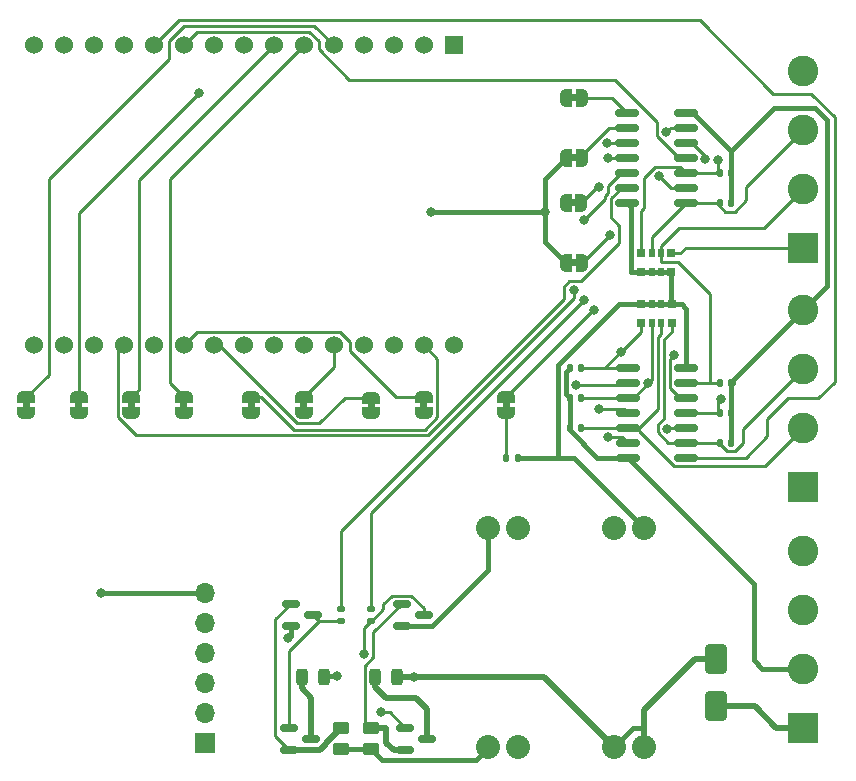
<source format=gtl>
G04 #@! TF.GenerationSoftware,KiCad,Pcbnew,8.0.2*
G04 #@! TF.CreationDate,2024-07-01T07:58:36+02:00*
G04 #@! TF.ProjectId,energiRegistrationForHA,656e6572-6769-4526-9567-697374726174,0*
G04 #@! TF.SameCoordinates,Original*
G04 #@! TF.FileFunction,Copper,L1,Top*
G04 #@! TF.FilePolarity,Positive*
%FSLAX46Y46*%
G04 Gerber Fmt 4.6, Leading zero omitted, Abs format (unit mm)*
G04 Created by KiCad (PCBNEW 8.0.2) date 2024-07-01 07:58:36*
%MOMM*%
%LPD*%
G01*
G04 APERTURE LIST*
G04 Aperture macros list*
%AMRoundRect*
0 Rectangle with rounded corners*
0 $1 Rounding radius*
0 $2 $3 $4 $5 $6 $7 $8 $9 X,Y pos of 4 corners*
0 Add a 4 corners polygon primitive as box body*
4,1,4,$2,$3,$4,$5,$6,$7,$8,$9,$2,$3,0*
0 Add four circle primitives for the rounded corners*
1,1,$1+$1,$2,$3*
1,1,$1+$1,$4,$5*
1,1,$1+$1,$6,$7*
1,1,$1+$1,$8,$9*
0 Add four rect primitives between the rounded corners*
20,1,$1+$1,$2,$3,$4,$5,0*
20,1,$1+$1,$4,$5,$6,$7,0*
20,1,$1+$1,$6,$7,$8,$9,0*
20,1,$1+$1,$8,$9,$2,$3,0*%
%AMFreePoly0*
4,1,19,0.500000,-0.750000,0.000000,-0.750000,0.000000,-0.744911,-0.071157,-0.744911,-0.207708,-0.704816,-0.327430,-0.627875,-0.420627,-0.520320,-0.479746,-0.390866,-0.500000,-0.250000,-0.500000,0.250000,-0.479746,0.390866,-0.420627,0.520320,-0.327430,0.627875,-0.207708,0.704816,-0.071157,0.744911,0.000000,0.744911,0.000000,0.750000,0.500000,0.750000,0.500000,-0.750000,0.500000,-0.750000,
$1*%
%AMFreePoly1*
4,1,19,0.000000,0.744911,0.071157,0.744911,0.207708,0.704816,0.327430,0.627875,0.420627,0.520320,0.479746,0.390866,0.500000,0.250000,0.500000,-0.250000,0.479746,-0.390866,0.420627,-0.520320,0.327430,-0.627875,0.207708,-0.704816,0.071157,-0.744911,0.000000,-0.744911,0.000000,-0.750000,-0.500000,-0.750000,-0.500000,0.750000,0.000000,0.750000,0.000000,0.744911,0.000000,0.744911,
$1*%
G04 Aperture macros list end*
G04 #@! TA.AperFunction,EtchedComponent*
%ADD10C,0.000000*%
G04 #@! TD*
G04 #@! TA.AperFunction,SMDPad,CuDef*
%ADD11RoundRect,0.243750X-0.243750X-0.456250X0.243750X-0.456250X0.243750X0.456250X-0.243750X0.456250X0*%
G04 #@! TD*
G04 #@! TA.AperFunction,SMDPad,CuDef*
%ADD12RoundRect,0.150000X-0.587500X-0.150000X0.587500X-0.150000X0.587500X0.150000X-0.587500X0.150000X0*%
G04 #@! TD*
G04 #@! TA.AperFunction,SMDPad,CuDef*
%ADD13RoundRect,0.140000X0.140000X0.170000X-0.140000X0.170000X-0.140000X-0.170000X0.140000X-0.170000X0*%
G04 #@! TD*
G04 #@! TA.AperFunction,SMDPad,CuDef*
%ADD14FreePoly0,180.000000*%
G04 #@! TD*
G04 #@! TA.AperFunction,SMDPad,CuDef*
%ADD15FreePoly1,180.000000*%
G04 #@! TD*
G04 #@! TA.AperFunction,SMDPad,CuDef*
%ADD16FreePoly0,270.000000*%
G04 #@! TD*
G04 #@! TA.AperFunction,SMDPad,CuDef*
%ADD17FreePoly1,270.000000*%
G04 #@! TD*
G04 #@! TA.AperFunction,SMDPad,CuDef*
%ADD18RoundRect,0.135000X-0.185000X0.135000X-0.185000X-0.135000X0.185000X-0.135000X0.185000X0.135000X0*%
G04 #@! TD*
G04 #@! TA.AperFunction,SMDPad,CuDef*
%ADD19RoundRect,0.140000X-0.140000X-0.170000X0.140000X-0.170000X0.140000X0.170000X-0.140000X0.170000X0*%
G04 #@! TD*
G04 #@! TA.AperFunction,ComponentPad*
%ADD20C,2.032000*%
G04 #@! TD*
G04 #@! TA.AperFunction,SMDPad,CuDef*
%ADD21FreePoly0,0.000000*%
G04 #@! TD*
G04 #@! TA.AperFunction,SMDPad,CuDef*
%ADD22FreePoly1,0.000000*%
G04 #@! TD*
G04 #@! TA.AperFunction,SMDPad,CuDef*
%ADD23FreePoly0,90.000000*%
G04 #@! TD*
G04 #@! TA.AperFunction,SMDPad,CuDef*
%ADD24FreePoly1,90.000000*%
G04 #@! TD*
G04 #@! TA.AperFunction,ComponentPad*
%ADD25R,2.600000X2.600000*%
G04 #@! TD*
G04 #@! TA.AperFunction,ComponentPad*
%ADD26C,2.600000*%
G04 #@! TD*
G04 #@! TA.AperFunction,SMDPad,CuDef*
%ADD27RoundRect,0.150000X0.825000X0.150000X-0.825000X0.150000X-0.825000X-0.150000X0.825000X-0.150000X0*%
G04 #@! TD*
G04 #@! TA.AperFunction,SMDPad,CuDef*
%ADD28RoundRect,0.135000X-0.135000X-0.185000X0.135000X-0.185000X0.135000X0.185000X-0.135000X0.185000X0*%
G04 #@! TD*
G04 #@! TA.AperFunction,SMDPad,CuDef*
%ADD29RoundRect,0.150000X-0.825000X-0.150000X0.825000X-0.150000X0.825000X0.150000X-0.825000X0.150000X0*%
G04 #@! TD*
G04 #@! TA.AperFunction,SMDPad,CuDef*
%ADD30R,0.750000X0.800000*%
G04 #@! TD*
G04 #@! TA.AperFunction,SMDPad,CuDef*
%ADD31R,0.580000X0.800000*%
G04 #@! TD*
G04 #@! TA.AperFunction,SMDPad,CuDef*
%ADD32RoundRect,0.250000X-0.650000X1.000000X-0.650000X-1.000000X0.650000X-1.000000X0.650000X1.000000X0*%
G04 #@! TD*
G04 #@! TA.AperFunction,ComponentPad*
%ADD33R,1.524000X1.524000*%
G04 #@! TD*
G04 #@! TA.AperFunction,ComponentPad*
%ADD34C,1.524000*%
G04 #@! TD*
G04 #@! TA.AperFunction,SMDPad,CuDef*
%ADD35RoundRect,0.250000X-0.450000X0.262500X-0.450000X-0.262500X0.450000X-0.262500X0.450000X0.262500X0*%
G04 #@! TD*
G04 #@! TA.AperFunction,ComponentPad*
%ADD36R,1.700000X1.700000*%
G04 #@! TD*
G04 #@! TA.AperFunction,ComponentPad*
%ADD37O,1.700000X1.700000*%
G04 #@! TD*
G04 #@! TA.AperFunction,ViaPad*
%ADD38C,0.800000*%
G04 #@! TD*
G04 #@! TA.AperFunction,Conductor*
%ADD39C,0.250000*%
G04 #@! TD*
G04 #@! TA.AperFunction,Conductor*
%ADD40C,0.450000*%
G04 #@! TD*
G04 #@! TA.AperFunction,Conductor*
%ADD41C,0.500000*%
G04 #@! TD*
G04 APERTURE END LIST*
D10*
G04 #@! TA.AperFunction,EtchedComponent*
G36*
X78340000Y-37130000D02*
G01*
X77840000Y-37130000D01*
X77840000Y-36530000D01*
X78340000Y-36530000D01*
X78340000Y-37130000D01*
G37*
G04 #@! TD.AperFunction*
G04 #@! TA.AperFunction,EtchedComponent*
G36*
X36495000Y-54210000D02*
G01*
X35895000Y-54210000D01*
X35895000Y-53710000D01*
X36495000Y-53710000D01*
X36495000Y-54210000D01*
G37*
G04 #@! TD.AperFunction*
G04 #@! TA.AperFunction,EtchedComponent*
G36*
X45385000Y-54210000D02*
G01*
X44785000Y-54210000D01*
X44785000Y-53710000D01*
X45385000Y-53710000D01*
X45385000Y-54210000D01*
G37*
G04 #@! TD.AperFunction*
G04 #@! TA.AperFunction,EtchedComponent*
G36*
X78370000Y-33320000D02*
G01*
X77870000Y-33320000D01*
X77870000Y-32720000D01*
X78370000Y-32720000D01*
X78370000Y-33320000D01*
G37*
G04 #@! TD.AperFunction*
G04 #@! TA.AperFunction,EtchedComponent*
G36*
X72690000Y-54210000D02*
G01*
X72090000Y-54210000D01*
X72090000Y-53710000D01*
X72690000Y-53710000D01*
X72690000Y-54210000D01*
G37*
G04 #@! TD.AperFunction*
G04 #@! TA.AperFunction,EtchedComponent*
G36*
X51100000Y-54210000D02*
G01*
X50500000Y-54210000D01*
X50500000Y-53710000D01*
X51100000Y-53710000D01*
X51100000Y-54210000D01*
G37*
G04 #@! TD.AperFunction*
G04 #@! TA.AperFunction,EtchedComponent*
G36*
X65705000Y-54210000D02*
G01*
X65105000Y-54210000D01*
X65105000Y-53710000D01*
X65705000Y-53710000D01*
X65705000Y-54210000D01*
G37*
G04 #@! TD.AperFunction*
G04 #@! TA.AperFunction,EtchedComponent*
G36*
X78370000Y-42210000D02*
G01*
X77870000Y-42210000D01*
X77870000Y-41610000D01*
X78370000Y-41610000D01*
X78370000Y-42210000D01*
G37*
G04 #@! TD.AperFunction*
G04 #@! TA.AperFunction,EtchedComponent*
G36*
X55545000Y-54210000D02*
G01*
X54945000Y-54210000D01*
X54945000Y-53710000D01*
X55545000Y-53710000D01*
X55545000Y-54210000D01*
G37*
G04 #@! TD.AperFunction*
G04 #@! TA.AperFunction,EtchedComponent*
G36*
X40940000Y-54210000D02*
G01*
X40340000Y-54210000D01*
X40340000Y-53710000D01*
X40940000Y-53710000D01*
X40940000Y-54210000D01*
G37*
G04 #@! TD.AperFunction*
G04 #@! TA.AperFunction,EtchedComponent*
G36*
X32050000Y-54210000D02*
G01*
X31450000Y-54210000D01*
X31450000Y-53710000D01*
X32050000Y-53710000D01*
X32050000Y-54210000D01*
G37*
G04 #@! TD.AperFunction*
G04 #@! TA.AperFunction,EtchedComponent*
G36*
X78370000Y-28240000D02*
G01*
X77870000Y-28240000D01*
X77870000Y-27640000D01*
X78370000Y-27640000D01*
X78370000Y-28240000D01*
G37*
G04 #@! TD.AperFunction*
G04 #@! TA.AperFunction,EtchedComponent*
G36*
X61260000Y-54240000D02*
G01*
X60660000Y-54240000D01*
X60660000Y-53740000D01*
X61260000Y-53740000D01*
X61260000Y-54240000D01*
G37*
G04 #@! TD.AperFunction*
D11*
X55062500Y-77000000D03*
X56937500Y-77000000D03*
D12*
X63530000Y-70805000D03*
X63530000Y-72705000D03*
X65405000Y-71755000D03*
D13*
X78740000Y-53340000D03*
X77780000Y-53340000D03*
D12*
X54005000Y-81280000D03*
X54005000Y-83180000D03*
X55880000Y-82230000D03*
D14*
X78740000Y-36830000D03*
D15*
X77440000Y-36830000D03*
D16*
X36195000Y-53310000D03*
D17*
X36195000Y-54610000D03*
D18*
X60960000Y-71245000D03*
X60960000Y-72265000D03*
D19*
X90480000Y-57150000D03*
X91440000Y-57150000D03*
D20*
X84074000Y-82931000D03*
X81534000Y-82931000D03*
X73406000Y-82931000D03*
X70866000Y-82931000D03*
X84074000Y-64389000D03*
X81534000Y-64389000D03*
X73406000Y-64389000D03*
X70866000Y-64389000D03*
D19*
X90480000Y-34290000D03*
X91440000Y-34290000D03*
D16*
X45085000Y-53310000D03*
D17*
X45085000Y-54610000D03*
D21*
X77470000Y-33020000D03*
D22*
X78770000Y-33020000D03*
D23*
X72390000Y-54610000D03*
D24*
X72390000Y-53310000D03*
D19*
X90480000Y-52070000D03*
X91440000Y-52070000D03*
X90480000Y-36830000D03*
X91440000Y-36830000D03*
D25*
X97536000Y-60880000D03*
D26*
X97536000Y-55880000D03*
X97536000Y-50880000D03*
X97536000Y-45880000D03*
D27*
X87565000Y-36830000D03*
X87565000Y-35560000D03*
X87565000Y-34290000D03*
X87565000Y-33020000D03*
X87565000Y-31750000D03*
X87565000Y-30480000D03*
X87565000Y-29210000D03*
X82615000Y-29210000D03*
X82615000Y-30480000D03*
X82615000Y-31750000D03*
X82615000Y-33020000D03*
X82615000Y-34290000D03*
X82615000Y-35560000D03*
X82615000Y-36830000D03*
D18*
X58420000Y-71245000D03*
X58420000Y-72265000D03*
D28*
X72390000Y-58420000D03*
X73410000Y-58420000D03*
D16*
X50800000Y-53310000D03*
D17*
X50800000Y-54610000D03*
D12*
X63832500Y-81280000D03*
X63832500Y-83180000D03*
X65707500Y-82230000D03*
D29*
X82680000Y-50800000D03*
X82680000Y-52070000D03*
X82680000Y-53340000D03*
X82680000Y-54610000D03*
X82680000Y-55880000D03*
X82680000Y-57150000D03*
X82680000Y-58420000D03*
X87630000Y-58420000D03*
X87630000Y-57150000D03*
X87630000Y-55880000D03*
X87630000Y-54610000D03*
X87630000Y-53340000D03*
X87630000Y-52070000D03*
X87630000Y-50800000D03*
D11*
X61292500Y-77000000D03*
X63167500Y-77000000D03*
D30*
X86370000Y-41110000D03*
D31*
X85490000Y-41110000D03*
X84690000Y-41110000D03*
D30*
X83810000Y-41110000D03*
X83810000Y-42710000D03*
D31*
X84690000Y-42710000D03*
X85490000Y-42710000D03*
D30*
X86370000Y-42710000D03*
D13*
X78740000Y-50800000D03*
X77780000Y-50800000D03*
D25*
X97536000Y-40640000D03*
D26*
X97536000Y-35640000D03*
X97536000Y-30640000D03*
X97536000Y-25640000D03*
D16*
X65405000Y-53310000D03*
D17*
X65405000Y-54610000D03*
D25*
X97536000Y-81280000D03*
D26*
X97536000Y-76280000D03*
X97536000Y-71280000D03*
X97536000Y-66280000D03*
D21*
X77470000Y-41910000D03*
D22*
X78770000Y-41910000D03*
D32*
X90170000Y-75470000D03*
X90170000Y-79470000D03*
D16*
X55245000Y-53310000D03*
D17*
X55245000Y-54610000D03*
D16*
X40640000Y-53310000D03*
D17*
X40640000Y-54610000D03*
D33*
X67945000Y-23495000D03*
D34*
X65405000Y-23495000D03*
X62865000Y-23495000D03*
X60325000Y-23495000D03*
X57785000Y-23495000D03*
X55245000Y-23495000D03*
X52705000Y-23495000D03*
X50165000Y-23495000D03*
X47625000Y-23495000D03*
X45085000Y-23495000D03*
X42545000Y-23495000D03*
X40005000Y-23495000D03*
X37465000Y-23495000D03*
X34925000Y-23495000D03*
X32385000Y-23495000D03*
X32385000Y-48895000D03*
X34925000Y-48895000D03*
X37465000Y-48895000D03*
X40005000Y-48895000D03*
X42545000Y-48895000D03*
X45085000Y-48895000D03*
X47625000Y-48895000D03*
X50165000Y-48895000D03*
X52705000Y-48895000D03*
X55245000Y-48895000D03*
X57785000Y-48895000D03*
X60325000Y-48895000D03*
X62865000Y-48895000D03*
X65405000Y-48895000D03*
X67945000Y-48895000D03*
D16*
X31750000Y-53310000D03*
D17*
X31750000Y-54610000D03*
D12*
X54130000Y-70805000D03*
X54130000Y-72705000D03*
X56005000Y-71755000D03*
D35*
X60960000Y-81280000D03*
X60960000Y-83105000D03*
D36*
X46875500Y-82550000D03*
D37*
X46875500Y-80010000D03*
X46875500Y-77470000D03*
X46875500Y-74930000D03*
X46875500Y-72390000D03*
X46875500Y-69850000D03*
D14*
X78770000Y-27940000D03*
D15*
X77470000Y-27940000D03*
D13*
X78740000Y-55880000D03*
X77780000Y-55880000D03*
D30*
X83820000Y-46990000D03*
D31*
X84700000Y-46990000D03*
X85500000Y-46990000D03*
D30*
X86380000Y-46990000D03*
X86380000Y-45390000D03*
D31*
X85500000Y-45390000D03*
X84700000Y-45390000D03*
D30*
X83820000Y-45390000D03*
D35*
X58420000Y-81280000D03*
X58420000Y-83105000D03*
D16*
X60960000Y-53340000D03*
D17*
X60960000Y-54640000D03*
D19*
X90480000Y-54610000D03*
X91440000Y-54610000D03*
D38*
X85318900Y-34586300D03*
X81041600Y-56665000D03*
X78316200Y-52276200D03*
X80211000Y-54259200D03*
X85984000Y-55947700D03*
X86557200Y-49748900D03*
X46355000Y-27549700D03*
X66040000Y-37592000D03*
X53941600Y-73708300D03*
X38100000Y-69850000D03*
X75692000Y-37592000D03*
X64588400Y-77000000D03*
X58081700Y-76938700D03*
X84423400Y-52082100D03*
X82114400Y-49472300D03*
X90562700Y-53480200D03*
X90278500Y-33238000D03*
X60363300Y-75009300D03*
X61763700Y-79971400D03*
X78967300Y-38256800D03*
X78967300Y-45076500D03*
X81176400Y-39539500D03*
X89209600Y-33107800D03*
X80967400Y-33020000D03*
X79847400Y-45953100D03*
X85936700Y-30837100D03*
X80200400Y-35471600D03*
X78079700Y-44225600D03*
X80923200Y-31750000D03*
D39*
X85318900Y-34586300D02*
X86292600Y-35560000D01*
X86292600Y-35560000D02*
X87565000Y-35560000D01*
X82195000Y-56665000D02*
X81041600Y-56665000D01*
X82680000Y-57150000D02*
X82195000Y-56665000D01*
X43815000Y-24632200D02*
X33655000Y-34792200D01*
X57785000Y-23495000D02*
X56140800Y-21850800D01*
X33655000Y-51405000D02*
X31750000Y-53310000D01*
X43815000Y-23134900D02*
X43815000Y-24632200D01*
X56140800Y-21850800D02*
X45099100Y-21850800D01*
X33655000Y-34792200D02*
X33655000Y-51405000D01*
X45099100Y-21850800D02*
X43815000Y-23134900D01*
X41278000Y-52672000D02*
X41278000Y-34922000D01*
X41278000Y-34922000D02*
X52705000Y-23495000D01*
X40640000Y-53310000D02*
X41278000Y-52672000D01*
X82473800Y-52276200D02*
X82680000Y-52070000D01*
X78316200Y-52276200D02*
X82473800Y-52276200D01*
X77737800Y-43440800D02*
X78730800Y-43440800D01*
X81262700Y-36444100D02*
X82146800Y-35560000D01*
X77250700Y-43927900D02*
X77737800Y-43440800D01*
X40005000Y-48895000D02*
X39472100Y-49427900D01*
X39472100Y-49427900D02*
X39472100Y-54930600D01*
X65736600Y-56535400D02*
X77250700Y-45021300D01*
X82146800Y-35560000D02*
X82615000Y-35560000D01*
X78730800Y-43440800D02*
X81954500Y-40217100D01*
X81262700Y-38068000D02*
X81262700Y-36444100D01*
X81954500Y-38759800D02*
X81262700Y-38068000D01*
X39472100Y-54930600D02*
X41076900Y-56535400D01*
X41076900Y-56535400D02*
X65736600Y-56535400D01*
X81954500Y-40217100D02*
X81954500Y-38759800D01*
X77250700Y-45021300D02*
X77250700Y-43927900D01*
X82329200Y-54259200D02*
X80211000Y-54259200D01*
X82680000Y-54610000D02*
X82329200Y-54259200D01*
X57785000Y-50770000D02*
X55245000Y-53310000D01*
X57785000Y-48895000D02*
X57785000Y-50770000D01*
X86051700Y-55880000D02*
X87630000Y-55880000D01*
X85984000Y-55947700D02*
X86051700Y-55880000D01*
X87630000Y-53340000D02*
X87121900Y-53340000D01*
X86277700Y-52495800D02*
X86277700Y-50028400D01*
X87121900Y-53340000D02*
X86277700Y-52495800D01*
X86277700Y-50028400D02*
X86557200Y-49748900D01*
X46355000Y-27549700D02*
X36195000Y-37709700D01*
X36195000Y-37709700D02*
X36195000Y-53310000D01*
X100178800Y-29588500D02*
X100178800Y-51967200D01*
X42545000Y-23495000D02*
X44691800Y-21348200D01*
X94488000Y-56601000D02*
X92669000Y-58420000D01*
X44691800Y-21348200D02*
X88753400Y-21348200D01*
X98806000Y-53340000D02*
X96266000Y-53340000D01*
X95004100Y-27598900D02*
X98189200Y-27598900D01*
X92669000Y-58420000D02*
X87630000Y-58420000D01*
X94488000Y-55118000D02*
X94488000Y-56601000D01*
X98189200Y-27598900D02*
X100178800Y-29588500D01*
X100178800Y-51967200D02*
X98806000Y-53340000D01*
X96266000Y-53340000D02*
X94488000Y-55118000D01*
X88753400Y-21348200D02*
X95004100Y-27598900D01*
X51662800Y-53310000D02*
X54386500Y-56033700D01*
X66535800Y-54994500D02*
X66535800Y-50025800D01*
X66535800Y-50025800D02*
X65405000Y-48895000D01*
X50800000Y-53310000D02*
X51662800Y-53310000D01*
X54386500Y-56033700D02*
X65496600Y-56033700D01*
X65496600Y-56033700D02*
X66535800Y-54994500D01*
X55245000Y-23495000D02*
X43894400Y-34845600D01*
X43894400Y-34845600D02*
X43894400Y-52119400D01*
X43894400Y-52119400D02*
X45085000Y-53310000D01*
D40*
X91440000Y-34290000D02*
X91440000Y-36830000D01*
X66087800Y-72705000D02*
X63530000Y-72705000D01*
X38100000Y-69850000D02*
X46875500Y-69850000D01*
X75692000Y-37592000D02*
X75692000Y-34798000D01*
X91440000Y-54610000D02*
X91440000Y-52070000D01*
X69806300Y-83990700D02*
X70866000Y-82931000D01*
X82680000Y-58420000D02*
X80085500Y-58420000D01*
X77780000Y-56114500D02*
X77780000Y-55880000D01*
X70866000Y-67926800D02*
X70866000Y-64389000D01*
X91440000Y-32488400D02*
X95091800Y-28836600D01*
X80085500Y-58420000D02*
X77780000Y-56114500D01*
X58420000Y-83105000D02*
X60960000Y-83105000D01*
X99576100Y-29854800D02*
X99576100Y-43839900D01*
X77439400Y-52999400D02*
X77439400Y-51140600D01*
X54130000Y-73519900D02*
X53941600Y-73708300D01*
X75692000Y-37592000D02*
X66040000Y-37592000D01*
X91440000Y-51976000D02*
X91440000Y-52070000D01*
X99576100Y-43839900D02*
X97536000Y-45880000D01*
X66087800Y-72705000D02*
X70866000Y-67926800D01*
X75692000Y-40132000D02*
X75692000Y-37592000D01*
X94060000Y-76280000D02*
X97536000Y-76280000D01*
X77780000Y-53340000D02*
X77439400Y-52999400D01*
X77470000Y-41910000D02*
X75692000Y-40132000D01*
X77439400Y-51140600D02*
X77780000Y-50800000D01*
X94060000Y-76280000D02*
X93345000Y-75565000D01*
X88161600Y-29210000D02*
X87565000Y-29210000D01*
X93345000Y-69085000D02*
X82680000Y-58420000D01*
X91600000Y-52070000D02*
X91440000Y-52070000D01*
X77780000Y-55880000D02*
X77780000Y-53340000D01*
X97536000Y-45880000D02*
X91440000Y-51976000D01*
X98557900Y-28836600D02*
X99576100Y-29854800D01*
X91440000Y-34290000D02*
X91440000Y-32488400D01*
X60960000Y-83105000D02*
X61845700Y-83990700D01*
X54130000Y-72705000D02*
X54130000Y-73519900D01*
X95091800Y-28836600D02*
X98557900Y-28836600D01*
X91440000Y-32488400D02*
X88161600Y-29210000D01*
X61845700Y-83990700D02*
X69806300Y-83990700D01*
X91440000Y-57150000D02*
X91440000Y-54610000D01*
X93345000Y-75565000D02*
X93345000Y-69085000D01*
X75692000Y-34798000D02*
X77470000Y-33020000D01*
X84690000Y-42710000D02*
X85456700Y-42710000D01*
X76731400Y-58420000D02*
X76731400Y-50609300D01*
X84700000Y-45390000D02*
X85500000Y-45390000D01*
X85490000Y-42710000D02*
X85456700Y-42710000D01*
X83810000Y-42710000D02*
X82958300Y-42710000D01*
X82958300Y-37173300D02*
X82615000Y-36830000D01*
X87630000Y-45788300D02*
X87630000Y-50800000D01*
X85500000Y-45390000D02*
X86370000Y-45390000D01*
X84700000Y-45390000D02*
X83820000Y-45390000D01*
X86370000Y-45390000D02*
X86380000Y-45390000D01*
X76731400Y-50609300D02*
X81950700Y-45390000D01*
X84074000Y-64389000D02*
X78105000Y-58420000D01*
X83820000Y-45390000D02*
X82968300Y-45390000D01*
X86370000Y-42710000D02*
X86256700Y-42710000D01*
X78105000Y-58420000D02*
X76731400Y-58420000D01*
X85490000Y-42710000D02*
X86256700Y-42710000D01*
X86380000Y-45390000D02*
X87231700Y-45390000D01*
X81950700Y-45390000D02*
X82968300Y-45390000D01*
X84690000Y-42710000D02*
X83810000Y-42710000D01*
X82958300Y-42710000D02*
X82958300Y-37173300D01*
X86370000Y-45390000D02*
X86370000Y-42710000D01*
X87231700Y-45390000D02*
X87630000Y-45788300D01*
X76731400Y-58420000D02*
X73410000Y-58420000D01*
D39*
X45085000Y-23495000D02*
X46224900Y-22355100D01*
X55726400Y-22355100D02*
X56515000Y-23143700D01*
X81560300Y-26413200D02*
X85160000Y-30012900D01*
X85160000Y-31158800D02*
X87021200Y-33020000D01*
X46224900Y-22355100D02*
X55726400Y-22355100D01*
X85160000Y-30012900D02*
X85160000Y-31158800D01*
X56515000Y-23838300D02*
X59089900Y-26413200D01*
X59089900Y-26413200D02*
X81560300Y-26413200D01*
X56515000Y-23143700D02*
X56515000Y-23838300D01*
X87021200Y-33020000D02*
X87565000Y-33020000D01*
X46242800Y-47737200D02*
X58291700Y-47737200D01*
X45085000Y-48895000D02*
X46242800Y-47737200D01*
X63084500Y-53310000D02*
X65405000Y-53310000D01*
X59186300Y-49411800D02*
X63084500Y-53310000D01*
X58291700Y-47737200D02*
X59186300Y-48631800D01*
X59186300Y-48631800D02*
X59186300Y-49411800D01*
X56541400Y-55508600D02*
X58710000Y-53340000D01*
X58710000Y-53340000D02*
X60960000Y-53340000D01*
X54655600Y-55508600D02*
X56541400Y-55508600D01*
X47625000Y-48895000D02*
X48042000Y-48895000D01*
X48042000Y-48895000D02*
X54655600Y-55508600D01*
D41*
X90170000Y-75470000D02*
X88360000Y-75470000D01*
X64588400Y-77000000D02*
X63167500Y-77000000D01*
X75603000Y-77000000D02*
X64588400Y-77000000D01*
X88360000Y-75470000D02*
X84074000Y-79756000D01*
X81534000Y-82931000D02*
X75603000Y-77000000D01*
D40*
X56998800Y-76938700D02*
X56937500Y-77000000D01*
D41*
X84074000Y-81343500D02*
X84074000Y-82931000D01*
D40*
X84074000Y-81343500D02*
X83121500Y-81343500D01*
X58081700Y-76938700D02*
X56998800Y-76938700D01*
D41*
X84074000Y-79756000D02*
X84074000Y-81343500D01*
D40*
X83121500Y-81343500D02*
X81534000Y-82931000D01*
D39*
X83165500Y-53340000D02*
X84423400Y-52082100D01*
X84700000Y-46990000D02*
X84700000Y-51805500D01*
X78740000Y-53340000D02*
X82680000Y-53340000D01*
X84700000Y-51805500D02*
X84423400Y-52082100D01*
X82680000Y-53340000D02*
X83165500Y-53340000D01*
X85500000Y-47943700D02*
X85217700Y-48226000D01*
X85217700Y-48226000D02*
X85217700Y-54271000D01*
X83608700Y-56128600D02*
X86590300Y-59110200D01*
X85500000Y-46990000D02*
X85500000Y-47943700D01*
X86590300Y-59110200D02*
X94305800Y-59110200D01*
X94305800Y-59110200D02*
X97536000Y-55880000D01*
X82680000Y-55880000D02*
X83608700Y-55880000D01*
X83608700Y-55880000D02*
X83608700Y-56128600D01*
X85217700Y-54271000D02*
X83608700Y-55880000D01*
X78740000Y-55880000D02*
X82680000Y-55880000D01*
X90480000Y-57291500D02*
X90480000Y-57150000D01*
X92456000Y-55960000D02*
X92456000Y-57176200D01*
X97790000Y-50880000D02*
X97790000Y-51841500D01*
X86380000Y-47766700D02*
X86380000Y-47773300D01*
X86087900Y-57150000D02*
X87630000Y-57150000D01*
X91039400Y-57850900D02*
X90480000Y-57291500D01*
X85776000Y-48377300D02*
X85776000Y-55057300D01*
X85207300Y-55626000D02*
X85207300Y-56269400D01*
X90480000Y-57150000D02*
X87630000Y-57150000D01*
X86380000Y-46990000D02*
X86380000Y-47766700D01*
X97536000Y-50880000D02*
X92456000Y-55960000D01*
X91781300Y-57850900D02*
X91039400Y-57850900D01*
X85776000Y-55057300D02*
X85207300Y-55626000D01*
X85207300Y-56269400D02*
X86087900Y-57150000D01*
X92456000Y-57176200D02*
X91781300Y-57850900D01*
X86380000Y-47773300D02*
X85776000Y-48377300D01*
X80710000Y-50800000D02*
X82037700Y-49472300D01*
X82037700Y-49472300D02*
X82114400Y-49472300D01*
X78740000Y-50800000D02*
X80710000Y-50800000D01*
X80710000Y-50800000D02*
X82680000Y-50800000D01*
X82114400Y-49472300D02*
X83820000Y-47766700D01*
X83820000Y-46990000D02*
X83820000Y-47766700D01*
X90324700Y-54610000D02*
X90324700Y-53718200D01*
X90480000Y-54610000D02*
X90324700Y-54610000D01*
X86370000Y-41110000D02*
X87121700Y-41110000D01*
X90324700Y-53718200D02*
X90562700Y-53480200D01*
X87591700Y-40640000D02*
X97536000Y-40640000D01*
X90324700Y-54610000D02*
X87630000Y-54610000D01*
X87121700Y-41110000D02*
X87591700Y-40640000D01*
X89605300Y-44596600D02*
X86895400Y-41886700D01*
X85490000Y-40465000D02*
X86990000Y-38965000D01*
X94211000Y-38965000D02*
X97536000Y-35640000D01*
X86990000Y-38965000D02*
X94211000Y-38965000D01*
X89605300Y-52070000D02*
X87630000Y-52070000D01*
X85490000Y-41110000D02*
X85490000Y-41886700D01*
X89605300Y-52070000D02*
X89605300Y-44596600D01*
X86895400Y-41886700D02*
X85490000Y-41886700D01*
X85490000Y-41110000D02*
X85490000Y-40465000D01*
X90480000Y-52070000D02*
X89605300Y-52070000D01*
X97536000Y-30640000D02*
X92710000Y-35466000D01*
X92710000Y-35466000D02*
X92710000Y-36602200D01*
X87565000Y-36830000D02*
X84690000Y-39705000D01*
X97790000Y-31596000D02*
X97790000Y-30640000D01*
X90480000Y-37139999D02*
X90480000Y-36830000D01*
X91720200Y-37592000D02*
X90932001Y-37592000D01*
X92710000Y-36602200D02*
X91720200Y-37592000D01*
X90224200Y-36830000D02*
X87565000Y-36830000D01*
X84690000Y-39705000D02*
X84690000Y-41110000D01*
X90932001Y-37592000D02*
X90480000Y-37139999D01*
X90480000Y-36830000D02*
X90224200Y-36830000D01*
X84986400Y-33803400D02*
X84036100Y-34753700D01*
X84036100Y-37311000D02*
X83810000Y-37537100D01*
X90278500Y-34110500D02*
X90278500Y-33238000D01*
X90480000Y-34290000D02*
X90099000Y-34290000D01*
X83810000Y-37537100D02*
X83810000Y-41110000D01*
X87565000Y-34290000D02*
X87078400Y-33803400D01*
X90099000Y-34290000D02*
X90278500Y-34110500D01*
X87078400Y-33803400D02*
X84986400Y-33803400D01*
X90099000Y-34290000D02*
X87565000Y-34290000D01*
X84036100Y-34753700D02*
X84036100Y-37311000D01*
D41*
X61292500Y-77000000D02*
X61292500Y-77802500D01*
X61292500Y-77802500D02*
X62230000Y-78740000D01*
X65707500Y-79677500D02*
X65707500Y-82230000D01*
X64770000Y-78740000D02*
X65707500Y-79677500D01*
X62230000Y-78740000D02*
X64770000Y-78740000D01*
X95250000Y-81280000D02*
X97536000Y-81280000D01*
X93440000Y-79470000D02*
X90170000Y-79470000D01*
X95250000Y-81280000D02*
X93440000Y-79470000D01*
D39*
X61763700Y-79971400D02*
X62523900Y-79971400D01*
X61980800Y-71268500D02*
X61980800Y-70824900D01*
X60363300Y-72861700D02*
X60960000Y-72265000D01*
X64317400Y-70096500D02*
X65405000Y-71184100D01*
X62523900Y-79971400D02*
X63832500Y-81280000D01*
X61980800Y-70824900D02*
X62709200Y-70096500D01*
X60363300Y-75009300D02*
X60363300Y-72861700D01*
X60984300Y-72265000D02*
X61980800Y-71268500D01*
X62709200Y-70096500D02*
X64317400Y-70096500D01*
X65405000Y-71184100D02*
X65405000Y-71755000D01*
X60960000Y-72265000D02*
X60984300Y-72265000D01*
X61140000Y-75331100D02*
X61140000Y-73195000D01*
D41*
X62860000Y-83180000D02*
X62230000Y-82550000D01*
X62230000Y-81280000D02*
X60960000Y-81280000D01*
X63832500Y-83180000D02*
X62860000Y-83180000D01*
D39*
X60960000Y-81280000D02*
X60427400Y-80747400D01*
X60427400Y-80747400D02*
X60427400Y-76043700D01*
D41*
X62230000Y-82550000D02*
X62230000Y-81280000D01*
D39*
X60427400Y-76043700D02*
X61140000Y-75331100D01*
X61140000Y-73195000D02*
X63530000Y-70805000D01*
X80730800Y-36493300D02*
X78967300Y-38256800D01*
X60960000Y-71245000D02*
X60960000Y-63083800D01*
X82103100Y-34290000D02*
X80997000Y-35396100D01*
X80997000Y-35396100D02*
X80997000Y-35982900D01*
X60960000Y-63083800D02*
X78967300Y-45076500D01*
X80997000Y-35982900D02*
X80730800Y-36249100D01*
X80730800Y-36249100D02*
X80730800Y-36493300D01*
X82615000Y-34290000D02*
X82103100Y-34290000D01*
D41*
X55062500Y-77922500D02*
X55880000Y-78740000D01*
X55062500Y-77000000D02*
X55062500Y-77922500D01*
X55880000Y-78740000D02*
X55880000Y-82230000D01*
D39*
X72390000Y-54610000D02*
X72390000Y-58420000D01*
X78770000Y-41910000D02*
X81140500Y-39539500D01*
X87565000Y-31750000D02*
X88071400Y-31750000D01*
X81140500Y-39539500D02*
X81176400Y-39539500D01*
X88071400Y-31750000D02*
X89209600Y-32888200D01*
X89209600Y-32888200D02*
X89209600Y-33107800D01*
X81052800Y-30480000D02*
X78770000Y-32762800D01*
X78770000Y-32762800D02*
X78770000Y-33020000D01*
X82615000Y-30480000D02*
X81052800Y-30480000D01*
X79847400Y-45953100D02*
X79746900Y-45953100D01*
X82615000Y-33020000D02*
X80967400Y-33020000D01*
X79746900Y-45953100D02*
X72390000Y-53310000D01*
X78740000Y-36830000D02*
X80098400Y-35471600D01*
X86293800Y-30480000D02*
X85936700Y-30837100D01*
X80098400Y-35471600D02*
X80200400Y-35471600D01*
X87565000Y-30480000D02*
X86293800Y-30480000D01*
X81345000Y-27940000D02*
X82615000Y-29210000D01*
X78770000Y-27940000D02*
X81345000Y-27940000D01*
D41*
X56590900Y-83180000D02*
X54005000Y-83180000D01*
D39*
X52830000Y-82005000D02*
X52830000Y-72105000D01*
D41*
X57117500Y-82582500D02*
X57117500Y-82653400D01*
X57117500Y-82653400D02*
X56590900Y-83180000D01*
D39*
X52830000Y-72105000D02*
X54130000Y-70805000D01*
D41*
X58420000Y-81280000D02*
X57117500Y-82582500D01*
D39*
X54005000Y-83180000D02*
X52830000Y-82005000D01*
X56515000Y-72265000D02*
X56005000Y-71755000D01*
X58420000Y-72265000D02*
X56515000Y-72265000D01*
X54005000Y-74775000D02*
X54005000Y-81280000D01*
X56515000Y-72265000D02*
X54005000Y-74775000D01*
X58420000Y-64593800D02*
X78079700Y-44934100D01*
X58420000Y-71245000D02*
X58420000Y-64593800D01*
X82615000Y-31750000D02*
X80923200Y-31750000D01*
X78079700Y-44934100D02*
X78079700Y-44225600D01*
M02*

</source>
